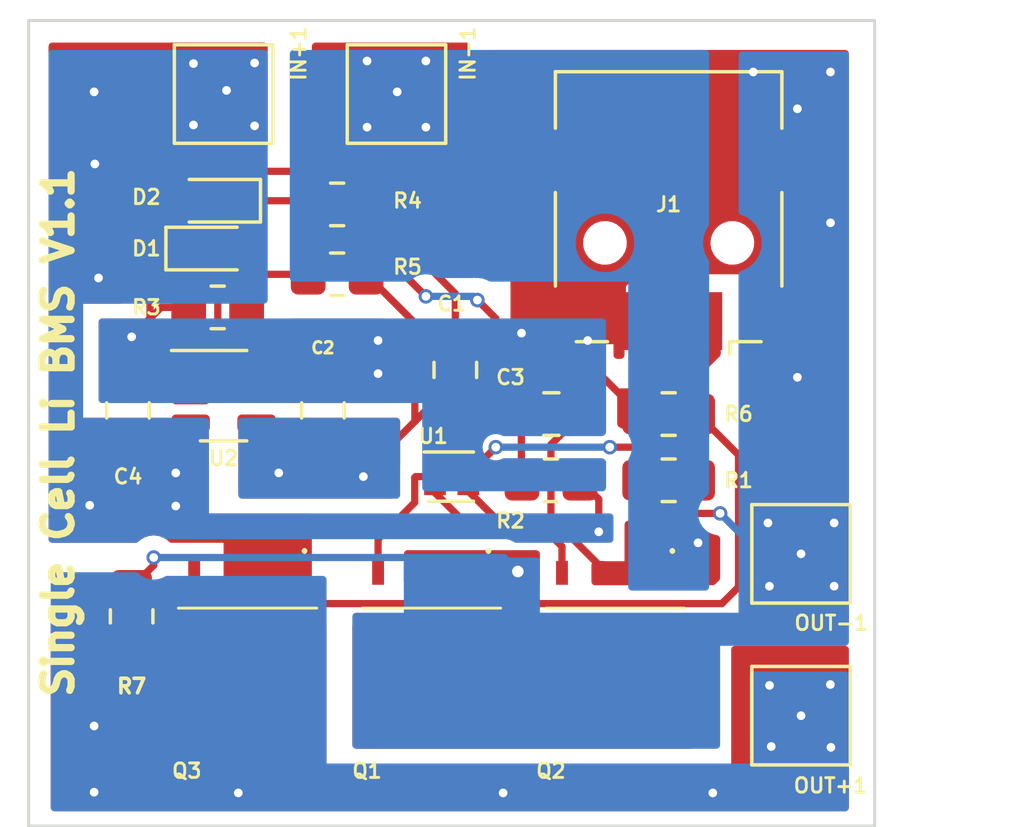
<source format=kicad_pcb>
(kicad_pcb (version 20211014) (generator pcbnew)
  (layers (0 "F.Cu" signal) (31 "B.Cu" signal) (34 "B.Paste" user) (35 "F.Paste" user) (36 "B.SilkS" user "B.Silkscreen") (37 "F.SilkS" user "F.Silkscreen") (38 "B.Mask" user) (39 "F.Mask" user) (44 "Edge.Cuts" user))
  (net 0 "")
  (net 2 "V_BAT_NEG")
  (net 3 "V_BAT_POS")
  (net 4 "Net-(R1-Pad2)")
  (net 5 "Net-(D1-Pad1)")
  (net 6 "+5V")
  (net 7 "Net-(R3-Pad1)")
  (net 8 "Net-(C3-Pad1)")
  (net 11 "VP_BATT_NEG")
  (net 12 "Net-(D2-Pad1)")
  (net 13 "Net-(D1-Pad2)")
  (net 14 "VP_BATT_POS")
  (net 15 "nmos drain")
  (net 16 "Net-(Q1-Pad4)")
  (net 17 "Net-(Q2-Pad4)")
  (net 18 "Net-(Q3-Pad4)")
  (footprint "TestPoint:TestPoint_Pad_3.0x3.0mm" (layer "F.Cu") (at 135.509 65.786)
    (fp_text reference "OUT+1" (at 1.016 2.413 180) (layer "F.SilkS") (effects (font (size 0.5 0.5) (thickness 0.1))))
    (fp_text value "Conn_01x01_Female")
    (fp_line (start 1.7 -1.7) (end 1.7 1.7) (layer "F.SilkS") (width 0.12))
    (fp_line (start -1.7 1.7) (end -1.7 -1.7) (layer "F.SilkS") (width 0.12))
    (fp_line (start 1.7 1.7) (end -1.7 1.7) (layer "F.SilkS") (width 0.12))
    (fp_line (start -1.7 -1.7) (end 1.7 -1.7) (layer "F.SilkS") (width 0.12))
    (pad "1" smd rect (at 0 0) (size 3 3) (layers "F.Cu" "F.Mask") (net 14 "VP_BATT_POS"))
  )
  (footprint "Resistor_SMD:R_0805_2012Metric_Pad1.20x1.40mm_HandSolder" (layer "F.Cu") (at 126.873 57.658)
    (fp_text reference "R2" (at -1.397 1.397 180) (layer "F.SilkS") (effects (font (size 0.5 0.5) (thickness 0.1))))
    (fp_text value "330")
    (fp_line (start -0.227064 -0.735) (end 0.227064 -0.735) (layer "F.SilkS") (width 0.12))
    (fp_line (start -0.227064 0.735) (end 0.227064 0.735) (layer "F.SilkS") (width 0.12))
    (pad "1" smd roundrect (at -1 0) (size 1.2 1.4) (layers "F.Cu" "F.Paste" "F.Mask") (roundrect_rratio 0.2083333333) (net 8 "Net-(C3-Pad1)"))
    (pad "2" smd roundrect (at 1 0) (size 1.2 1.4) (layers "F.Cu" "F.Paste" "F.Mask") (roundrect_rratio 0.2083333333) (net 3 "V_BAT_POS"))
  )
  (footprint "Capacitor_SMD:C_0805_2012Metric_Pad1.18x1.45mm_HandSolder" (layer "F.Cu") (at 112.268 55.245 90)
    (fp_text reference "C4" (at -2.286 0 180) (layer "F.SilkS") (effects (font (size 0.5 0.5) (thickness 0.1))))
    (fp_text value "4.7uF")
    (fp_line (start -0.261252 -0.735) (end 0.261252 -0.735) (layer "F.SilkS") (width 0.12))
    (fp_line (start -0.261252 0.735) (end 0.261252 0.735) (layer "F.SilkS") (width 0.12))
    (pad "1" smd roundrect (at -1.0375 0 90) (size 1.175 1.45) (layers "F.Cu" "F.Paste" "F.Mask") (roundrect_rratio 0.2127659574) (net 3 "V_BAT_POS"))
    (pad "2" smd roundrect (at 1.0375 0 90) (size 1.175 1.45) (layers "F.Cu" "F.Paste" "F.Mask") (roundrect_rratio 0.2127659574) (net 11 "VP_BATT_NEG"))
  )
  (footprint "Capacitor_SMD:C_0805_2012Metric_Pad1.18x1.45mm_HandSolder" (layer "F.Cu") (at 118.999 55.245 90)
    (fp_text reference "C2" (at 2.159 0 180) (layer "F.SilkS") (effects (font (size 0.4 0.4) (thickness 0.1))))
    (fp_text value "0.1uF")
    (fp_line (start -0.261252 0.735) (end 0.261252 0.735) (layer "F.SilkS") (width 0.12))
    (fp_line (start -0.261252 -0.735) (end 0.261252 -0.735) (layer "F.SilkS") (width 0.12))
    (pad "1" smd roundrect (at -1.0375 0 90) (size 1.175 1.45) (layers "F.Cu" "F.Paste" "F.Mask") (roundrect_rratio 0.2127659574) (net 6 "+5V"))
    (pad "2" smd roundrect (at 1.0375 0 90) (size 1.175 1.45) (layers "F.Cu" "F.Paste" "F.Mask") (roundrect_rratio 0.2127659574) (net 11 "VP_BATT_NEG"))
  )
  (footprint "Resistor_SMD:R_0805_2012Metric_Pad1.20x1.40mm_HandSolder" (layer "F.Cu") (at 119.491 48.133)
    (fp_text reference "R4" (at 2.429 -0.127) (layer "F.SilkS") (effects (font (size 0.5 0.5) (thickness 0.1))))
    (fp_text value "R_Small")
    (fp_line (start -0.227064 -0.735) (end 0.227064 -0.735) (layer "F.SilkS") (width 0.12))
    (fp_line (start -0.227064 0.735) (end 0.227064 0.735) (layer "F.SilkS") (width 0.12))
    (pad "1" smd roundrect (at -1 0) (size 1.2 1.4) (layers "F.Cu" "F.Paste" "F.Mask") (roundrect_rratio 0.2083333333) (net 12 "Net-(D2-Pad1)"))
    (pad "2" smd roundrect (at 1 0) (size 1.2 1.4) (layers "F.Cu" "F.Paste" "F.Mask") (roundrect_rratio 0.2083333333) (net 11 "VP_BATT_NEG"))
  )
  (footprint "TestPoint:TestPoint_Pad_3.0x3.0mm" (layer "F.Cu") (at 115.57 44.323)
    (fp_text reference "IN+1" (at 2.5908 -1.397 270) (layer "F.SilkS") (effects (font (size 0.5 0.5) (thickness 0.1))))
    (fp_text value "Conn_01x01_Female")
    (fp_line (start 1.7 -1.7) (end 1.7 1.7) (layer "F.SilkS") (width 0.12))
    (fp_line (start 1.7 1.7) (end -1.7 1.7) (layer "F.SilkS") (width 0.12))
    (fp_line (start -1.7 -1.7) (end 1.7 -1.7) (layer "F.SilkS") (width 0.12))
    (fp_line (start -1.7 1.7) (end -1.7 -1.7) (layer "F.SilkS") (width 0.12))
    (pad "1" smd rect (at 0 0) (size 3 3) (layers "F.Cu" "F.Mask") (net 3 "V_BAT_POS"))
  )
  (footprint "Resistor_SMD:R_0805_2012Metric_Pad1.20x1.40mm_HandSolder" (layer "F.Cu") (at 130.937 55.372)
    (fp_text reference "R6" (at 2.413 0) (layer "F.SilkS") (effects (font (size 0.5 0.5) (thickness 0.1))))
    (fp_text value "100")
    (fp_line (start -0.227064 -0.735) (end 0.227064 -0.735) (layer "F.SilkS") (width 0.12))
    (fp_line (start -0.227064 0.735) (end 0.227064 0.735) (layer "F.SilkS") (width 0.12))
    (pad "1" smd roundrect (at -1 0) (size 1.2 1.4) (layers "F.Cu" "F.Paste" "F.Mask") (roundrect_rratio 0.2083333333) (net 6 "+5V"))
    (pad "2" smd roundrect (at 1 0) (size 1.2 1.4) (layers "F.Cu" "F.Paste" "F.Mask") (roundrect_rratio 0.2083333333) (net 18 "Net-(Q3-Pad4)"))
  )
  (footprint "Package_SON:WSON-6_1.5x1.5mm_P0.5mm" (layer "F.Cu") (at 123.444 57.531)
    (fp_text reference "U1" (at -0.635 -1.397) (layer "F.SilkS") (effects (font (size 0.5 0.5) (thickness 0.1))))
    (fp_text value "BQ297xy")
    (fp_line (start -0.795 0.85) (end 0.755 0.85) (layer "F.SilkS") (width 0.12))
    (fp_line (start -0.945 -0.85) (end 0.755 -0.85) (layer "F.SilkS") (width 0.12))
    (pad "1" smd rect (at -0.525 -0.5 270) (size 0.28 0.85) (layers "F.Cu" "F.Paste" "F.Mask"))
    (pad "2" smd rect (at -0.575 0 270) (size 0.28 0.75) (layers "F.Cu" "F.Paste" "F.Mask") (net 16 "Net-(Q1-Pad4)"))
    (pad "3" smd rect (at -0.575 0.5 270) (size 0.28 0.75) (layers "F.Cu" "F.Paste" "F.Mask") (net 17 "Net-(Q2-Pad4)"))
    (pad "4" smd rect (at 0.575 0.5 270) (size 0.28 0.75) (layers "F.Cu" "F.Paste" "F.Mask") (net 2 "V_BAT_NEG"))
    (pad "5" smd rect (at 0.575 0 270) (size 0.28 0.75) (layers "F.Cu" "F.Paste" "F.Mask") (net 8 "Net-(C3-Pad1)"))
    (pad "6" smd rect (at 0.575 -0.5 270) (size 0.28 0.75) (layers "F.Cu" "F.Paste" "F.Mask") (net 4 "Net-(R1-Pad2)"))
  )
  (footprint "Resistor_SMD:R_0805_2012Metric_Pad1.20x1.40mm_HandSolder" (layer "F.Cu") (at 119.491 50.546)
    (fp_text reference "R5" (at 2.429 -0.254 180) (layer "F.SilkS") (effects (font (size 0.5 0.5) (thickness 0.1))))
    (fp_text value "R_Small")
    (fp_line (start -0.227064 -0.735) (end 0.227064 -0.735) (layer "F.SilkS") (width 0.12))
    (fp_line (start -0.227064 0.735) (end 0.227064 0.735) (layer "F.SilkS") (width 0.12))
    (pad "1" smd roundrect (at -1 0) (size 1.2 1.4) (layers "F.Cu" "F.Paste" "F.Mask") (roundrect_rratio 0.2083333333) (net 13 "Net-(D1-Pad2)"))
    (pad "2" smd roundrect (at 1 0) (size 1.2 1.4) (layers "F.Cu" "F.Paste" "F.Mask") (roundrect_rratio 0.2083333333) (net 6 "+5V"))
  )
  (footprint "TestPoint:TestPoint_Pad_3.0x3.0mm" (layer "F.Cu") (at 135.509 60.198)
    (fp_text reference "OUT-1" (at 1.0414 2.3876) (layer "F.SilkS") (effects (font (size 0.5 0.5) (thickness 0.1))))
    (fp_text value "Conn_01x01_Female")
    (fp_line (start -1.7 -1.7) (end 1.7 -1.7) (layer "F.SilkS") (width 0.12))
    (fp_line (start 1.7 -1.7) (end 1.7 1.7) (layer "F.SilkS") (width 0.12))
    (fp_line (start -1.7 1.7) (end -1.7 -1.7) (layer "F.SilkS") (width 0.12))
    (fp_line (start 1.7 1.7) (end -1.7 1.7) (layer "F.SilkS") (width 0.12))
    (pad "1" smd rect (at 0 0) (size 3 3) (layers "F.Cu" "F.Mask") (net 11 "VP_BATT_NEG"))
  )
  (footprint "TestPoint:TestPoint_Pad_3.0x3.0mm" (layer "F.Cu") (at 121.539 44.323)
    (fp_text reference "IN-1" (at 2.4638 -1.397 90) (layer "F.SilkS") (effects (font (size 0.5 0.5) (thickness 0.1))))
    (fp_text value "Conn_01x01_Female")
    (fp_line (start -1.7 1.7) (end -1.7 -1.7) (layer "F.SilkS") (width 0.12))
    (fp_line (start 1.7 -1.7) (end 1.7 1.7) (layer "F.SilkS") (width 0.12))
    (fp_line (start -1.7 -1.7) (end 1.7 -1.7) (layer "F.SilkS") (width 0.12))
    (fp_line (start 1.7 1.7) (end -1.7 1.7) (layer "F.SilkS") (width 0.12))
    (pad "1" smd rect (at 0 0) (size 3 3) (layers "F.Cu" "F.Mask") (net 2 "V_BAT_NEG"))
  )
  (footprint "Resistor_SMD:R_0805_2012Metric_Pad1.20x1.40mm_HandSolder" (layer "F.Cu") (at 112.395 62.357 -90)
    (fp_text reference "R7" (at 2.413 0 180) (layer "F.SilkS") (effects (font (size 0.5 0.5) (thickness 0.125))))
    (fp_text value "10000")
    (fp_line (start -0.227064 0.735) (end 0.227064 0.735) (layer "F.SilkS") (width 0.12))
    (fp_line (start -0.227064 -0.735) (end 0.227064 -0.735) (layer "F.SilkS") (width 0.12))
    (pad "1" smd roundrect (at -1 0 270) (size 1.2 1.4) (layers "F.Cu" "F.Paste" "F.Mask") (roundrect_rratio 0.2083333333) (net 11 "VP_BATT_NEG"))
    (pad "2" smd roundrect (at 1 0 270) (size 1.2 1.4) (layers "F.Cu" "F.Paste" "F.Mask") (roundrect_rratio 0.2083333333) (net 18 "Net-(Q3-Pad4)"))
  )
  (footprint "Connector_USB:USB_Mini-B_Lumberg_2486_01_Horizontal" (layer "F.Cu") (at 130.937 49.462 180)
    (fp_text reference "J1" (at 0 1.329) (layer "F.SilkS") (effects (font (size 0.5 0.5) (thickness 0.1))))
    (fp_text value "USB_B_Mini")
    (fp_line (start -3.19 -3.41) (end -2.11 -3.41) (layer "F.SilkS") (width 0.12))
    (fp_line (start -3.91 5.91) (end -3.91 3.96) (layer "F.SilkS") (width 0.12))
    (fp_line (start 3.91 1.74) (end 3.91 -1.49) (layer "F.SilkS") (width 0.12))
    (fp_line (start -2.11 -3.41) (end -2.11 -3.84) (layer "F.SilkS") (width 0.12))
    (fp_line (start -3.91 1.74) (end -3.91 -1.49) (layer "F.SilkS") (width 0.12))
    (fp_line (start 3.91 5.91) (end -3.91 5.91) (layer "F.SilkS") (width 0.12))
    (fp_line (start 2.11 -3.41) (end 3.19 -3.41) (layer "F.SilkS") (width 0.12))
    (fp_line (start 3.91 5.91) (end 3.91 3.96) (layer "F.SilkS") (width 0.12))
    (pad "" np_thru_hole circle (at -2.2 0 180) (size 1 1) (drill 1) (layers *.Cu *.Mask))
    (pad "" np_thru_hole circle (at 2.2 0 180) (size 1 1) (drill 1) (layers *.Cu *.Mask))
    (pad "1" smd rect (at -1.6 -2.7 180) (size 0.5 2) (layers "F.Cu" "F.Paste" "F.Mask") (net 6 "+5V"))
    (pad "2" smd rect (at -0.8 -2.7 180) (size 0.5 2) (layers "F.Cu" "F.Paste" "F.Mask"))
    (pad "3" smd rect (at 0 -2.7 180) (size 0.5 2) (layers "F.Cu" "F.Paste" "F.Mask"))
    (pad "4" smd rect (at 0.8 -2.7 180) (size 0.5 2) (layers "F.Cu" "F.Paste" "F.Mask"))
    (pad "5" smd rect (at 1.6 -2.7 180) (size 0.5 2) (layers "F.Cu" "F.Paste" "F.Mask") (net 11 "VP_BATT_NEG"))
    (pad "6" smd rect (at 4.45 2.85 180) (size 2 1.7) (layers "F.Cu" "F.Paste" "F.Mask") (net 11 "VP_BATT_NEG"))
    (pad "6" smd rect (at 4.45 -2.6 180) (size 2 1.7) (layers "F.Cu" "F.Paste" "F.Mask") (net 11 "VP_BATT_NEG"))
    (pad "6" smd rect (at -4.45 2.85 180) (size 2 1.7) (layers "F.Cu" "F.Paste" "F.Mask") (net 11 "VP_BATT_NEG"))
    (pad "6" smd rect (at -4.45 -2.6 180) (size 2 1.7) (layers "F.Cu" "F.Paste" "F.Mask") (net 11 "VP_BATT_NEG"))
  )
  (footprint "Capacitor_SMD:C_0805_2012Metric_Pad1.18x1.45mm_HandSolder" (layer "F.Cu") (at 126.889 55.372)
    (fp_text reference "C3" (at -1.413 -1.27) (layer "F.SilkS") (effects (font (size 0.5 0.5) (thickness 0.1))))
    (fp_text value "0.1uF")
    (fp_line (start -0.261252 0.735) (end 0.261252 0.735) (layer "F.SilkS") (width 0.12))
    (fp_line (start -0.261252 -0.735) (end 0.261252 -0.735) (layer "F.SilkS") (width 0.12))
    (pad "1" smd roundrect (at -1.0375 0) (size 1.175 1.45) (layers "F.Cu" "F.Paste" "F.Mask") (roundrect_rratio 0.2127659574) (net 8 "Net-(C3-Pad1)"))
    (pad "2" smd roundrect (at 1.0375 0) (size 1.175 1.45) (layers "F.Cu" "F.Paste" "F.Mask") (roundrect_rratio 0.2127659574) (net 2 "V_BAT_NEG"))
  )
  (footprint "Resistor_SMD:R_0805_2012Metric_Pad1.20x1.40mm_HandSolder" (layer "F.Cu") (at 115.3655 51.689 180)
    (fp_text reference "R3" (at 2.4625 0 180) (layer "F.SilkS") (effects (font (size 0.5 0.5) (thickness 0.1))))
    (fp_text value "2k")
    (fp_line (start -0.227064 0.735) (end 0.227064 0.735) (layer "F.SilkS") (width 0.12))
    (fp_line (start -0.227064 -0.735) (end 0.227064 -0.735) (layer "F.SilkS") (width 0.12))
    (pad "1" smd roundrect (at -1 0 180) (size 1.2 1.4) (layers "F.Cu" "F.Paste" "F.Mask") (roundrect_rratio 0.2083333333) (net 7 "Net-(R3-Pad1)"))
    (pad "2" smd roundrect (at 1 0 180) (size 1.2 1.4) (layers "F.Cu" "F.Paste" "F.Mask") (roundrect_rratio 0.2083333333) (net 11 "VP_BATT_NEG"))
  )
  (footprint "custom:SQJ418EPT1_GE3" (layer "F.Cu") (at 116.459 63.649 180)
    (fp_text reference "Q3" (at 2.159 -4.042) (layer "F.SilkS") (effects (font (size 0.5 0.5) (thickness 0.1))))
    (fp_text value "PMOS" hide)
    (fp_line (start -1.905 3.5) (end -1.905 3.5) (layer "F.SilkS") (width 0.1))
    (fp_line (start -2.328 1.577) (end 2.45 1.577) (layer "F.SilkS") (width 0.1))
    (fp_line (start -1.905 3.6) (end -1.905 3.6) (layer "F.SilkS") (width 0.1))
    (fp_arc (start -1.905 3.6) (mid -1.955 3.55) (end -1.905 3.5) (layer "F.SilkS") (width 0.1))
    (fp_arc (start -1.905 3.5) (mid -1.855 3.55) (end -1.905 3.6) (layer "F.SilkS") (width 0.1))
    (pad "1" smd rect (at -1.905 2.793 180) (size 0.41 0.82) (layers "F.Cu" "F.Paste" "F.Mask") (net 3 "V_BAT_POS"))
    (pad "2" smd rect (at -0.635 2.793 180) (size 0.41 0.82) (layers "F.Cu" "F.Paste" "F.Mask") (net 3 "V_BAT_POS"))
    (pad "3" smd rect (at 0.635 2.793 180) (size 0.41 0.82) (layers "F.Cu" "F.Paste" "F.Mask") (net 3 "V_BAT_POS"))
    (pad "4" smd rect (at 1.905 2.793 180) (size 0.41 0.82) (layers "F.Cu" "F.Paste" "F.Mask") (net 18 "Net-(Q3-Pad4)"))
    (pad "5" smd rect (at 0 -0.723 270) (size 3.63 4.061) (layers "F.Cu" "F.Paste" "F.Mask") (net 14 "VP_BATT_POS"))
    (pad "6" smd rect (at 0 -2.793 270) (size 0.51 5) (layers "F.Cu" "F.Paste" "F.Mask") (net 14 "VP_BATT_POS"))
    (pad "7" smd rect (at -2.328 0.077 180) (size 0.595 0.61) (layers "F.Cu" "F.Paste" "F.Mask") (net 14 "VP_BATT_POS"))
    (pad "8" smd rect (at 2.328 0.077 180) (size 0.595 0.61) (layers "F.Cu" "F.Paste" "F.Mask") (net 14 "VP_BATT_POS"))
  )
  (footprint "custom:SQJ418EPT1_GE3" (layer "F.Cu") (at 129.159 63.649 180)
    (fp_text reference "Q2" (at 2.286 -4.042) (layer "F.SilkS") (effects (font (size 0.5 0.5) (thickness 0.1))))
    (fp_text value "NMOS" hide)
    (fp_line (start -2.328 1.577) (end 2.45 1.577) (layer "F.SilkS") (width 0.1))
    (fp_line (start -1.905 3.6) (end -1.905 3.6) (layer "F.SilkS") (width 0.1))
    (fp_line (start -1.905 3.5) (end -1.905 3.5) (layer "F.SilkS") (width 0.1))
    (fp_arc (start -1.905 3.6) (mid -1.955 3.55) (end -1.905 3.5) (layer "F.SilkS") (width 0.1))
    (fp_arc (start -1.905 3.5) (mid -1.855 3.55) (end -1.905 3.6) (layer "F.SilkS") (width 0.1))
    (pad "1" smd rect (at -1.905 2.793 180) (size 0.41 0.82) (layers "F.Cu" "F.Paste" "F.Mask") (net 2 "V_BAT_NEG"))
    (pad "2" smd rect (at -0.635 2.793 180) (size 0.41 0.82) (layers "F.Cu" "F.Paste" "F.Mask") (net 2 "V_BAT_NEG"))
    (pad "3" smd rect (at 0.635 2.793 180) (size 0.41 0.82) (layers "F.Cu" "F.Paste" "F.Mask") (net 2 "V_BAT_NEG"))
    (pad "4" smd rect (at 1.905 2.793 180) (size 0.41 0.82) (layers "F.Cu" "F.Paste" "F.Mask") (net 17 "Net-(Q2-Pad4)"))
    (pad "5" smd rect (at 0 -0.723 270) (size 3.63 4.061) (layers "F.Cu" "F.Paste" "F.Mask") (net 15 "nmos drain"))
    (pad "6" smd rect (at 0 -2.793 270) (size 0.51 5) (layers "F.Cu" "F.Paste" "F.Mask") (net 15 "nmos drain"))
    (pad "7" smd rect (at -2.328 0.077 180) (size 0.595 0.61) (layers "F.Cu" "F.Paste" "F.Mask") (net 15 "nmos drain"))
    (pad "8" smd rect (at 2.328 0.077 180) (size 0.595 0.61) (layers "F.Cu" "F.Paste" "F.Mask") (net 15 "nmos drain"))
  )
  (footprint "custom:SQJ418EPT1_GE3" (layer "F.Cu") (at 122.809 63.649 180)
    (fp_text reference "Q1" (at 2.286 -4.042) (layer "F.SilkS") (effects (font (size 0.5 0.5) (thickness 0.1))))
    (fp_text value "NMOS" hide)
    (fp_line (start -1.905 3.6) (end -1.905 3.6) (layer "F.SilkS") (width 0.1))
    (fp_line (start -2.328 1.577) (end 2.45 1.577) (layer "F.SilkS") (width 0.1))
    (fp_line (start -1.905 3.5) (end -1.905 3.5) (layer "F.SilkS") (width 0.1))
    (fp_arc (start -1.905 3.5) (mid -1.855 3.55) (end -1.905 3.6) (layer "F.SilkS") (width 0.1))
    (fp_arc (start -1.905 3.6) (mid -1.955 3.55) (end -1.905 3.5) (layer "F.SilkS") (width 0.1))
    (pad "1" smd rect (at -1.905 2.793 180) (size 0.41 0.82) (layers "F.Cu" "F.Paste" "F.Mask") (net 11 "VP_BATT_NEG"))
    (pad "2" smd rect (at -0.635 2.793 180) (size 0.41 0.82) (layers "F.Cu" "F.Paste" "F.Mask") (net 11 "VP_BATT_NEG"))
    (pad "3" smd rect (at 0.635 2.793 180) (size 0.41 0.82) (layers "F.Cu" "F.Paste" "F.Mask") (net 11 "VP_BATT_NEG"))
    (pad "4" smd rect (at 1.905 2.793 180) (size 0.41 0.82) (layers "F.Cu" "F.Paste" "F.Mask") (net 16 "Net-(Q1-Pad4)"))
    (pad "5" smd rect (at 0 -0.723 270) (size 3.63 4.061) (layers "F.Cu" "F.Paste" "F.Mask") (net 15 "nmos drain"))
    (pad "6" smd rect (at 0 -2.793 270) (size 0.51 5) (layers "F.Cu" "F.Paste" "F.Mask") (net 15 "nmos drain"))
    (pad "7" smd rect (at -2.328 0.077 180) (size 0.595 0.61) (layers "F.Cu" "F.Paste" "F.Mask") (net 15 "nmos drain"))
    (pad "8" smd rect (at 2.328 0.077 180) (size 0.595 0.61) (layers "F.Cu" "F.Paste" "F.Mask") (net 15 "nmos drain"))
  )
  (footprint "Resistor_SMD:R_0805_2012Metric_Pad1.20x1.40mm_HandSolder" (layer "F.Cu") (at 130.937 57.658)
    (fp_text reference "R1" (at 2.413 0) (layer "F.SilkS") (effects (font (size 0.5 0.5) (thickness 0.1))))
    (fp_text value "2k2")
    (fp_line (start -0.227064 -0.735) (end 0.227064 -0.735) (layer "F.SilkS") (width 0.12))
    (fp_line (start -0.227064 0.735) (end 0.227064 0.735) (layer "F.SilkS") (width 0.12))
    (pad "1" smd roundrect (at -1 0) (size 1.2 1.4) (layers "F.Cu" "F.Paste" "F.Mask") (roundrect_rratio 0.2083333333) (net 11 "VP_BATT_NEG"))
    (pad "2" smd roundrect (at 1 0) (size 1.2 1.4) (layers "F.Cu" "F.Paste" "F.Mask") (roundrect_rratio 0.2083333333) (net 4 "Net-(R1-Pad2)"))
  )
  (footprint "LED_SMD:LED_0603_1608Metric_Pad1.05x0.95mm_HandSolder" (layer "F.Cu") (at 115.1835 48.006 180)
    (fp_text reference "D2" (at 2.2805 0.127) (layer "F.SilkS") (effects (font (size 0.5 0.5) (thickness 0.1))))
    (fp_text value "LED")
    (fp_line (start -1.66 -0.735) (end -1.66 0.735) (layer "F.SilkS") (width 0.12))
    (fp_line (start -1.66 0.735) (end 0.8 0.735) (layer "F.SilkS") (width 0.12))
    (fp_line (start 0.8 -0.735) (end -1.66 -0.735) (layer "F.SilkS") (width 0.12))
    (pad "1" smd roundrect (at -0.875 0 180) (size 1.05 0.95) (layers "F.Cu" "F.Paste" "F.Mask") (net 12 "Net-(D2-Pad1)"))
    (pad "2" smd roundrect (at 0.875 0 180) (size 1.05 0.95) (layers "F.Cu" "F.Paste" "F.Mask") (net 5 "Net-(D1-Pad1)"))
  )
  (footprint "LED_SMD:LED_0603_1608Metric_Pad1.05x0.95mm_HandSolder" (layer "F.Cu") (at 115.2385 49.657)
    (fp_text reference "D1" (at -2.3355 0) (layer "F.SilkS") (effects (font (size 0.5 0.5) (thickness 0.1))))
    (fp_text value "LED")
    (fp_line (start 0.8 -0.735) (end -1.66 -0.735) (layer "F.SilkS") (width 0.12))
    (fp_line (start -1.66 0.735) (end 0.8 0.735) (layer "F.SilkS") (width 0.12))
    (fp_line (start -1.66 -0.735) (end -1.66 0.735) (layer "F.SilkS") (width 0.12))
    (pad "1" smd roundrect (at -0.875 0) (size 1.05 0.95) (layers "F.Cu" "F.Paste" "F.Mask") (net 5 "Net-(D1-Pad1)"))
    (pad "2" smd roundrect (at 0.875 0) (size 1.05 0.95) (layers "F.Cu" "F.Paste" "F.Mask") (net 13 "Net-(D1-Pad2)"))
  )
  (footprint "Capacitor_SMD:C_0805_2012Metric_Pad1.18x1.45mm_HandSolder" (layer "F.Cu") (at 123.571 53.848 90)
    (fp_text reference "C1" (at 2.286 -0.127 180) (layer "F.SilkS") (effects (font (size 0.5 0.5) (thickness 0.1))))
    (fp_text value "4.7uF")
    (fp_line (start -0.261252 0.735) (end 0.261252 0.735) (layer "F.SilkS") (width 0.12))
    (fp_line (start -0.261252 -0.735) (end 0.261252 -0.735) (layer "F.SilkS") (width 0.12))
    (pad "1" smd roundrect (at -1.0375 0 90) (size 1.175 1.45) (layers "F.Cu" "F.Paste" "F.Mask") (roundrect_rratio 0.2127659574) (net 6 "+5V"))
    (pad "2" smd roundrect (at 1.0375 0 90) (size 1.175 1.45) (layers "F.Cu" "F.Paste" "F.Mask") (roundrect_rratio 0.2127659574) (net 11 "VP_BATT_NEG"))
  )
  (footprint "Package_TO_SOT_SMD:SOT-23-5" (layer "F.Cu") (at 115.57 54.737)
    (fp_text reference "U2" (at 0 2.159) (layer "F.SilkS") (effects (font (size 0.5 0.5) (thickness 0.1))))
    (fp_text value "MCP73831-2-OT")
    (fp_line (start 0 1.56) (end -0.8 1.56) (layer "F.SilkS") (width 0.12))
    (fp_line (start 0 -1.56) (end 0.8 -1.56) (layer "F.SilkS") (width 0.12))
    (fp_line (start 0 -1.56) (end -1.8 -1.56) (layer "F.SilkS") (width 0.12))
    (fp_line (start 0 1.56) (end 0.8 1.56) (layer "F.SilkS") (width 0.12))
    (pad "1" smd roundrect (at -1.1375 -0.95) (size 1.325 0.6) (layers "F.Cu" "F.Paste" "F.Mask") (net 5 "Net-(D1-Pad1)"))
    (pad "2" smd roundrect (at -1.1375 0) (size 1.325 0.6) (layers "F.Cu" "F.Paste" "F.Mask") (net 11 "VP_BATT_NEG"))
    (pad "3" smd roundrect (at -1.1375 0.95) (size 1.325 0.6) (layers "F.Cu" "F.Paste" "F.Mask") (net 3 "V_BAT_POS"))
    (pad "4" smd roundrect (at 1.1375 0.95) (size 1.325 0.6) (layers "F.Cu" "F.Paste" "F.Mask") (net 6 "+5V"))
    (pad "5" smd roundrect (at 1.1375 -0.95) (size 1.325 0.6) (layers "F.Cu" "F.Paste" "F.Mask") (net 7 "Net-(R3-Pad1)"))
  )
  (gr_line (start 138.049 41.783) (end 138.049 69.596) (layer "Edge.Cuts") (width 0.1))
  (gr_line (start 138.049 69.596) (end 108.839 69.596) (layer "Edge.Cuts") (width 0.1))
  (gr_line (start 108.839 41.783) (end 138.049 41.783) (layer "Edge.Cuts") (width 0.1))
  (gr_line (start 108.839 41.783) (end 108.839 69.596) (layer "Edge.Cuts") (width 0.1))
  (gr_text "Single Cell Li BMS V1.1" (at 109.855 56.007 90) (layer "F.SilkS") (effects (font (size 1 1) (thickness 0.25))))
  (segment (start 127.9265 55.372) (end 127.9265 55.6045) (width 0.25) (layer "F.Cu") (net 2))
  (segment (start 127.9265 55.372) (end 126.873 56.4255) (width 0.25) (layer "F.Cu") (net 2))
  (segment (start 128.524 60.579) (end 128.524 60.856) (width 0.25) (layer "F.Cu") (net 2))
  (segment (start 124.019 58.031) (end 124.916 58.928) (width 0.25) (layer "F.Cu") (net 2))
  (segment (start 127.9265 55.372) (end 127.9265 55.6205) (width 0.25) (layer "F.Cu") (net 2))
  (segment (start 124.916 58.928) (end 126.873 58.928) (width 0.25) (layer "F.Cu") (net 2))
  (segment (start 126.873 56.4255) (end 126.873 58.928) (width 0.25) (layer "F.Cu") (net 2))
  (segment (start 126.873 58.928) (end 128.524 60.579) (width 0.25) (layer "F.Cu") (net 2))
  (via (at 122.555 43.18) (size 0.5) (drill 0.3) (layers "F.Cu" "B.Cu") (net 2))
  (via (at 120.523 45.466) (size 0.5) (drill 0.3) (layers "F.Cu" "B.Cu") (net 2))
  (via (at 131.953 59.817) (size 0.5) (drill 0.3) (layers "F.Cu" "B.Cu") (net 2))
  (via (at 121.5644 44.2468) (size 0.5) (drill 0.3) (layers "F.Cu" "B.Cu") (net 2))
  (via (at 122.555 45.466) (size 0.5) (drill 0.3) (layers "F.Cu" "B.Cu") (net 2))
  (via (at 120.523 43.18) (size 0.5) (drill 0.3) (layers "F.Cu" "B.Cu") (net 2))
  (segment (start 128.524 58.309) (end 127.873 57.658) (width 0.25) (layer "F.Cu") (net 3))
  (segment (start 128.524 59.436) (end 128.524 58.309) (width 0.25) (layer "F.Cu") (net 3))
  (via (at 113.919 58.547) (size 0.5) (drill 0.3) (layers "F.Cu" "B.Cu") (net 3))
  (via (at 111.125 46.736) (size 0.5) (drill 0.3) (layers "F.Cu" "B.Cu") (net 3))
  (via (at 113.919 57.404) (size 0.5) (drill 0.3) (layers "F.Cu" "B.Cu") (net 3))
  (via (at 116.64 43.25) (size 0.5) (drill 0.3) (layers "F.Cu" "B.Cu") (net 3))
  (via (at 128.524 59.436) (size 0.5) (drill 0.3) (layers "F.Cu" "B.Cu") (net 3))
  (via (at 111.252 50.673) (size 0.5) (drill 0.3) (layers "F.Cu" "B.Cu") (net 3))
  (via (at 111.0996 44.2468) (size 0.5) (drill 0.3) (layers "F.Cu" "B.Cu") (net 3))
  (via (at 114.53 43.27) (size 0.5) (drill 0.3) (layers "F.Cu" "B.Cu") (net 3))
  (via (at 116.64 45.42) (size 0.5) (drill 0.3) (layers "F.Cu" "B.Cu") (net 3))
  (via (at 114.53 45.39) (size 0.5) (drill 0.3) (layers "F.Cu" "B.Cu") (net 3))
  (via (at 110.9472 58.5216) (size 0.5) (drill 0.3) (layers "F.Cu" "B.Cu") (net 3))
  (via (at 115.6716 44.196) (size 0.5) (drill 0.3) (layers "F.Cu" "B.Cu") (net 3))
  (segment (start 132.132 57.531) (end 131.937 57.531) (width 0.25) (layer "F.Cu") (net 4))
  (segment (start 128.905 56.515) (end 130.794 56.515) (width 0.25) (layer "F.Cu") (net 4))
  (segment (start 124.019 57.031) (end 124.452 57.031) (width 0.25) (layer "F.Cu") (net 4))
  (segment (start 124.452 57.031) (end 124.968 56.515) (width 0.25) (layer "F.Cu") (net 4))
  (segment (start 130.794 56.515) (end 131.937 57.658) (width 0.25) (layer "F.Cu") (net 4))
  (via (at 128.905 56.515) (size 0.5) (drill 0.3) (layers "F.Cu" "B.Cu") (net 4))
  (via (at 124.968 56.515) (size 0.5) (drill 0.3) (layers "F.Cu" "B.Cu") (net 4))
  (segment (start 124.968 56.515) (end 128.905 56.515) (width 0.25) (layer "B.Cu") (net 4))
  (segment (start 115.37 52.8495) (end 114.4325 53.787) (width 0.25) (layer "F.Cu") (net 5))
  (segment (start 114.383 53.7375) (end 114.4325 53.787) (width 0.25) (layer "F.Cu") (net 5))
  (segment (start 114.3635 49.657) (end 114.3635 49.9745) (width 0.25) (layer "F.Cu") (net 5))
  (segment (start 114.3635 49.9745) (end 115.37 50.981) (width 0.25) (layer "F.Cu") (net 5))
  (segment (start 115.37 50.981) (end 115.37 52.8495) (width 0.25) (layer "F.Cu") (net 5))
  (segment (start 114.3635 48.061) (end 114.3085 48.006) (width 0.25) (layer "F.Cu") (net 5))
  (segment (start 114.3635 49.657) (end 114.3635 48.061) (width 0.25) (layer "F.Cu") (net 5))
  (segment (start 132.059 53.74) (end 132.537 53.262) (width 0.4) (layer "F.Cu") (net 6))
  (segment (start 125.452 53.527) (end 128.092 53.527) (width 0.25) (layer "F.Cu") (net 6))
  (segment (start 122.9145 54.8855) (end 122.174 55.626) (width 0.25) (layer "F.Cu") (net 6))
  (segment (start 121.793 50.546) (end 122.555 51.308) (width 0.25) (layer "F.Cu") (net 6))
  (segment (start 123.571 54.8855) (end 122.9145 54.8855) (width 0.25) (layer "F.Cu") (net 6))
  (segment (start 132.537 53.262) (end 132.537 52.162) (width 0.4) (layer "F.Cu") (net 6))
  (segment (start 129.937 55.372) (end 130.158 55.372) (width 0.25) (layer "F.Cu") (net 6))
  (segment (start 122.174 52.229) (end 120.491 50.546) (width 0.25) (layer "F.Cu") (net 6))
  (segment (start 130.198 55.372) (end 129.937 55.372) (width 0.25) (layer "F.Cu") (net 6))
  (segment (start 124.968 53.043) (end 125.452 53.527) (width 0.25) (layer "F.Cu") (net 6))
  (segment (start 124.968 52.07) (end 124.968 53.043) (width 0.25) (layer "F.Cu") (net 6))
  (segment (start 122.174 55.626) (end 121.5175 56.2825) (width 0.25) (layer "F.Cu") (net 6))
  (segment (start 122.174 55.626) (end 122.174 52.229) (width 0.25) (layer "F.Cu") (net 6))
  (segment (start 124.333 51.435) (end 124.968 52.07) (width 0.25) (layer "F.Cu") (net 6))
  (segment (start 128.092 53.527) (end 129.937 55.372) (width 0.25) (layer "F.Cu") (net 6))
  (segment (start 131.79 53.74) (end 132.059 53.74) (width 0.4) (layer "F.Cu") (net 6))
  (segment (start 121.5175 56.2825) (end 118.999 56.2825) (width 0.25) (layer "F.Cu") (net 6))
  (segment (start 130.158 55.372) (end 131.79 53.74) (width 0.4) (layer "F.Cu") (net 6))
  (segment (start 120.491 50.546) (end 121.793 50.546) (width 0.25) (layer "F.Cu") (net 6))
  (via (at 124.333 51.435) (size 0.5) (drill 0.3) (layers "F.Cu" "B.Cu") (net 6))
  (via (at 120.396 57.531) (size 0.5) (drill 0.3) (layers "F.Cu" "B.Cu") (net 6))
  (via (at 117.475 57.404) (size 0.5) (drill 0.3) (layers "F.Cu" "B.Cu") (net 6))
  (via (at 122.555 51.308) (size 0.5) (drill 0.3) (layers "F.Cu" "B.Cu") (net 6))
  (segment (start 124.206 51.308) (end 124.333 51.435) (width 0.25) (layer "B.Cu") (net 6))
  (segment (start 122.555 51.308) (end 124.206 51.308) (width 0.25) (layer "B.Cu") (net 6))
  (segment (start 116.3655 51.689) (end 116.3655 53.445) (width 0.25) (layer "F.Cu") (net 7))
  (segment (start 116.3655 53.445) (end 116.7075 53.787) (width 0.25) (layer "F.Cu") (net 7))
  (segment (start 124.019 57.531) (end 125.746 57.531) (width 0.25) (layer "F.Cu") (net 8))
  (segment (start 125.8515 57.6365) (end 125.873 57.658) (width 0.25) (layer "F.Cu") (net 8))
  (segment (start 125.8515 55.372) (end 125.8515 57.6365) (width 0.25) (layer "F.Cu") (net 8))
  (segment (start 125.746 57.531) (end 125.873 57.658) (width 0.25) (layer "F.Cu") (net 8))
  (segment (start 135.387 46.612) (end 135.387 44.836) (width 0.25) (layer "F.Cu") (net 11))
  (segment (start 113.03 52.07) (end 112.395 52.705) (width 0.25) (layer "F.Cu") (net 11))
  (segment (start 113.157 60.595) (end 112.395 61.357) (width 0.25) (layer "F.Cu") (net 11))
  (segment (start 123.6765 52.705) (end 123.571 52.8105) (width 0.25) (layer "F.Cu") (net 11))
  (segment (start 135.387 44.836) (end 135.382 44.831) (width 0.25) (layer "F.Cu") (net 11))
  (segment (start 126.487 52.062) (end 129.237 52.062) (width 0.25) (layer "F.Cu") (net 11))
  (segment (start 113.411 46.99) (end 113.03 47.371) (width 0.25) (layer "F.Cu") (net 11))
  (segment (start 131.08 58.801) (end 132.715 58.801) (width 0.25) (layer "F.Cu") (net 11))
  (segment (start 113.157 60.325) (end 113.157 60.595) (width 0.25) (layer "F.Cu") (net 11))
  (segment (start 135.387 54.097) (end 135.382 54.102) (width 0.25) (layer "F.Cu") (net 11))
  (segment (start 112.395 61.357) (end 112.395 61.087) (width 0.25) (layer "F.Cu") (net 11))
  (segment (start 129.937 57.658) (end 131.08 58.801) (width 0.25) (layer "F.Cu") (net 11))
  (segment (start 123.571 52.8105) (end 123.571 53.0915) (width 0.25) (layer "F.Cu") (net 11))
  (segment (start 127.373 52.062) (end 128.143 52.832) (width 0.25) (layer "F.Cu") (net 11))
  (segment (start 120.491 48.133) (end 123.571 51.213) (width 0.25) (layer "F.Cu") (net 11))
  (segment (start 129.337 50.912) (end 133.637 46.612) (width 0.25) (layer "F.Cu") (net 11))
  (segment (start 113.411 51.689) (end 112.395 52.705) (width 0.25) (layer "F.Cu") (net 11))
  (segment (start 119.348 46.99) (end 113.411 46.99) (width 0.25) (layer "F.Cu") (net 11))
  (segment (start 123.571 51.213) (end 123.571 52.8105) (width 0.25) (layer "F.Cu") (net 11))
  (segment (start 129.337 52.162) (end 129.337 50.912) (width 0.25) (layer "F.Cu") (net 11))
  (segment (start 133.637 46.612) (end 135.387 46.612) (width 0.25) (layer "F.Cu") (net 11))
  (segment (start 126.487 52.062) (end 127.373 52.062) (width 0.25) (layer "F.Cu") (net 11))
  (segment (start 135.387 52.062) (end 135.387 54.097) (width 0.25) (layer "F.Cu") (net 11))
  (segment (start 135.387 52.062) (end 135.387 46.612) (width 0.25) (layer "F.Cu") (net 11))
  (segment (start 126.487 46.612) (end 135.387 46.612) (width 0.25) (layer "F.Cu") (net 11))
  (segment (start 120.491 48.133) (end 119.348 46.99) (width 0.25) (layer "F.Cu") (net 11))
  (segment (start 113.03 47.371) (end 113.03 52.07) (width 0.25) (layer "F.Cu") (net 11))
  (segment (start 129.237 52.062) (end 129.337 52.162) (width 0.25) (layer "F.Cu") (net 11))
  (segment (start 126.487 46.612) (end 126.487 52.062) (width 0.25) (layer "F.Cu") (net 11))
  (segment (start 114.3655 51.689) (end 113.411 51.689) (width 0.25) (layer "F.Cu") (net 11))
  (via (at 135.382 54.102) (size 0.5) (drill 0.3) (layers "F.Cu" "B.Cu") (net 11))
  (via (at 113.157 60.325) (size 0.5) (drill 0.3) (layers "F.Cu" "B.Cu") (net 11))
  (via (at 133.858 43.561) (size 0.5) (drill 0.3) (layers "F.Cu" "B.Cu") (net 11))
  (via (at 125.73 60.8076) (size 0.8) (drill 0.4) (layers "F.Cu" "B.Cu") (net 11))
  (via (at 125.857 52.578) (size 0.5) (drill 0.3) (layers "F.Cu" "B.Cu") (net 11))
  (via (at 132.715 58.801) (size 0.5) (drill 0.3) (layers "F.Cu" "B.Cu") (net 11))
  (via (at 112.395 52.705) (size 0.5) (drill 0.3) (layers "F.Cu" "B.Cu") (net 11))
  (via (at 134.366 59.1312) (size 0.5) (drill 0.3) (layers "F.Cu" "B.Cu") (net 11))
  (via (at 120.904 53.975) (size 0.5) (drill 0.3) (layers "F.Cu" "B.Cu") (net 11))
  (via (at 120.904 52.832) (size 0.5) (drill 0.3) (layers "F.Cu" "B.Cu") (net 11))
  (via (at 136.652 59.1312) (size 0.5) (drill 0.3) (layers "F.Cu" "B.Cu") (net 11))
  (via (at 135.382 44.831) (size 0.5) (drill 0.3) (layers "F.Cu" "B.Cu") (net 11))
  (via (at 134.4168 61.3156) (size 0.5) (drill 0.3) (layers "F.Cu" "B.Cu") (net 11))
  (via (at 128.143 52.832) (size 0.5) (drill 0.3) (layers "F.Cu" "B.Cu") (net 11))
  (via (at 136.525 43.561) (size 0.5) (drill 0.3) (layers "F.Cu" "B.Cu") (net 11))
  (via (at 136.525 48.768) (size 0.5) (drill 0.3) (layers "F.Cu" "B.Cu") (net 11))
  (via (at 135.509 60.198) (size 0.5) (drill 0.3) (layers "F.Cu" "B.Cu") (net 11))
  (via (at 136.652 61.3156) (size 0.5) (drill 0.3) (layers "F.Cu" "B.Cu") (net 11))
  (segment (start 134.112 60.198) (end 135.509 60.198) (width 0.25) (layer "B.Cu") (net 11))
  (segment (start 113.157 60.325) (end 125.2474 60.325) (width 0.25) (layer "B.Cu") (net 11))
  (segment (start 125.2474 60.325) (end 125.73 60.8076) (width 0.25) (layer "B.Cu") (net 11))
  (segment (start 132.715 58.801) (end 134.112 60.198) (width 0.25) (layer "B.Cu") (net 11))
  (segment (start 116.0585 48.006) (end 118.364 48.006) (width 0.25) (layer "F.Cu") (net 12))
  (segment (start 118.364 48.006) (end 118.491 48.133) (width 0.25) (layer "F.Cu") (net 12))
  (segment (start 117.0025 50.546) (end 116.1135 49.657) (width 0.25) (layer "F.Cu") (net 13))
  (segment (start 118.237 50.8) (end 118.491 50.546) (width 0.25) (layer "F.Cu") (net 13))
  (segment (start 118.491 50.546) (end 117.0025 50.546) (width 0.25) (layer "F.Cu") (net 13))
  (via (at 136.54 66.88) (size 0.5) (drill 0.3) (layers "F.Cu" "B.Cu") (net 14))
  (via (at 116.078 68.453) (size 0.5) (drill 0.3) (layers "F.Cu" "B.Cu") (net 14))
  (via (at 132.461 68.453) (size 0.5) (drill 0.3) (layers "F.Cu" "B.Cu") (net 14))
  (via (at 111.0996 66.1416) (size 0.5) (drill 0.3) (layers "F.Cu" "B.Cu") (net 14))
  (via (at 134.48 66.85) (size 0.5) (drill 0.3) (layers "F.Cu" "B.Cu") (net 14))
  (via (at 136.52 64.71) (size 0.5) (drill 0.3) (layers "F.Cu" "B.Cu") (net 14))
  (via (at 125.222 68.453) (size 0.5) (drill 0.3) (layers "F.Cu" "B.Cu") (net 14))
  (via (at 111.0996 68.4276) (size 0.5) (drill 0.3) (layers "F.Cu" "B.Cu") (net 14))
  (via (at 135.509 65.786) (size 0.5) (drill 0.3) (layers "F.Cu" "B.Cu") (net 14))
  (via (at 134.42 64.74) (size 0.5) (drill 0.3) (layers "F.Cu" "B.Cu") (net 14))
  (segment (start 122.204 57.531) (end 122.869 57.531) (width 0.25) (layer "F.Cu") (net 16))
  (segment (start 122.169 58.425) (end 120.904 59.69) (width 0.25) (layer "F.Cu") (net 16))
  (segment (start 122.169 58.425) (end 122.169 57.566) (width 0.25) (layer "F.Cu") (net 16))
  (segment (start 120.904 59.69) (end 120.904 60.856) (width 0.25) (layer "F.Cu") (net 16))
  (segment (start 122.169 57.566) (end 122.204 57.531) (width 0.25) (layer "F.Cu") (net 16))
  (segment (start 126.744604 59.436) (end 124.216 59.436) (width 0.25) (layer "F.Cu") (net 17))
  (segment (start 124.216 59.436) (end 122.869 58.089) (width 0.25) (layer "F.Cu") (net 17))
  (segment (start 127.254 59.945396) (end 126.744604 59.436) (width 0.25) (layer "F.Cu") (net 17))
  (segment (start 127.254 60.856) (end 127.254 59.945396) (width 0.25) (layer "F.Cu") (net 17))
  (segment (start 122.869 58.089) (end 122.869 58.031) (width 0.25) (layer "F.Cu") (net 17))
  (segment (start 133.35 61.341) (end 133.35 56.785) (width 0.25) (layer "F.Cu") (net 18))
  (segment (start 133.35 56.785) (end 131.937 55.372) (width 0.25) (layer "F.Cu") (net 18))
  (segment (start 114.554 60.856) (end 114.554 60.96) (width 0.25) (layer "F.Cu") (net 18))
  (segment (start 114.554 60.856) (end 114.554 61.198) (width 0.25) (layer "F.Cu") (net 18))
  (segment (start 115.51 61.916) (end 132.775 61.916) (width 0.25) (layer "F.Cu") (net 18))
  (segment (start 114.554 61.198) (end 112.395 63.357) (width 0.25) (layer "F.Cu") (net 18))
  (segment (start 132.775 61.916) (end 133.35 61.341) (width 0.25) (layer "F.Cu") (net 18))
  (segment (start 114.554 60.96) (end 115.51 61.916) (width 0.25) (layer "F.Cu") (net 18))
  (zone (net 15) (net_name "nmos drain") (layer "F.Cu") (connect_pads yes (clearance 0.508)) (min_thickness 0.254) (fill yes (thermal_gap 0.508) (thermal_bridge_width 0.508))
    (polygon (pts (xy 131.826 66.929) (xy 120.015 66.929) (xy 120.015 62.23) (xy 131.826 62.23)))
  )
  (zone (net 11) (net_name "VP_BATT_NEG") (layer "F.Cu") (connect_pads yes (clearance 0.508)) (min_thickness 0.254) (fill yes (thermal_gap 0.508) (thermal_bridge_width 0.508))
    (polygon (pts (xy 126.492 61.3918) (xy 121.793 61.3918) (xy 121.793 60.071) (xy 126.492 60.071)))
  )
  (zone (net 2) (net_name "V_BAT_NEG") (layer "F.Cu") (connect_pads yes (clearance 0.508)) (min_thickness 0.254) (fill yes (thermal_gap 0.508) (thermal_bridge_width 0.508))
    (polygon (pts (xy 132.842 61.468) (xy 128.27 61.468) (xy 128.27 60.452) (xy 129.413 60.452) (xy 129.413 59.055) (xy 132.842 59.055)))
  )
  (zone (net 11) (net_name "VP_BATT_NEG") (layer "F.Cu") (connect_pads yes (clearance 0)) (min_thickness 0.254) (fill yes (thermal_gap 0.508) (thermal_bridge_width 0.508))
    (polygon (pts (xy 137.16 62.738) (xy 133.731 62.738) (xy 133.731 50.546) (xy 129.413 50.546) (xy 129.413 53.467) (xy 129.032 53.467) (xy 129.032 52.959) (xy 125.476 52.959) (xy 125.476 50.546) (xy 124.841 50.546) (xy 124.841 42.799) (xy 137.16 42.799)))
  )
  (zone (net 6) (net_name "+5V") (layer "F.Cu") (connect_pads yes (clearance 0.508)) (min_thickness 0.254) (fill yes (thermal_gap 0.508) (thermal_bridge_width 0.508))
    (polygon (pts (xy 130.556 56.007) (xy 129.159 56.007) (xy 129.159 54.483) (xy 130.556 54.483)))
  )
  (zone (net 14) (net_name "VP_BATT_POS") (layer "F.Cu") (connect_pads yes (clearance 0.508)) (min_thickness 0.254) (fill yes (thermal_gap 0.508) (thermal_bridge_width 0.508))
    (polygon (pts (xy 119.126 67.437) (xy 133.096 67.437) (xy 133.096 63.373) (xy 137.16 63.373) (xy 137.16 69.088) (xy 109.601 69.088) (xy 109.601 62.357) (xy 119.126 62.357)))
  )
  (zone (net 3) (net_name "V_BAT_POS") (layer "F.Cu") (connect_pads yes (clearance 0.508)) (min_thickness 0.254) (fill yes (thermal_gap 0.508) (thermal_bridge_width 0.508))
    (polygon (pts (xy 117.094 46.228) (xy 112.141 46.228) (xy 112.141 51.562) (xy 110.7186 51.562) (xy 110.7186 55.499) (xy 115.062 55.499) (xy 115.062 58.801) (xy 118.618 58.801) (xy 118.618 61.468) (xy 115.57 61.468) (xy 115.57 59.817) (xy 109.5248 59.817) (xy 109.5248 42.545) (xy 117.094 42.545)))
  )
  (zone (net 2) (net_name "V_BAT_NEG") (layer "F.Cu") (connect_pads yes (clearance 0)) (min_thickness 0.254) (fill yes (thermal_gap 0.508) (thermal_bridge_width 0.508))
    (polygon (pts (xy 124.079 46.228) (xy 118.618 46.228) (xy 118.618 42.545) (xy 124.079 42.545)))
  )
  (zone (net 11) (net_name "VP_BATT_NEG") (layer "F.Cu") (connect_pads yes (clearance 0.508)) (min_thickness 0.254) (fill yes (thermal_gap 0.508) (thermal_bridge_width 0.508))
    (polygon (pts (xy 112.268 52.07) (xy 112.268 52.197) (xy 112.268 52.07) (xy 113.157 52.07) (xy 113.157 54.356) (xy 117.856 54.356) (xy 117.856 52.07) (xy 121.666 52.07) (xy 121.666 54.991) (xy 111.252 54.991) (xy 111.252 52.07)))
  )
  (zone (net 6) (net_name "+5V") (layer "F.Cu") (connect_pads yes (clearance 0.508)) (min_thickness 0.254) (fill yes (thermal_gap 0.508) (thermal_bridge_width 0.508))
    (polygon (pts (xy 121.666 58.293) (xy 116.078 58.293) (xy 116.078 55.499) (xy 121.666 55.499)))
  )
  (zone (net 11) (net_name "VP_BATT_NEG") (layer "B.Cu") (connect_pads yes (clearance 0)) (min_thickness 0.254) (fill yes (thermal_gap 0.508) (thermal_bridge_width 0.508))
    (polygon (pts (xy 128.778 58.039) (xy 122.428 58.039) (xy 122.428 54.991) (xy 111.252 54.991) (xy 111.252 52.07) (xy 128.778 52.07)))
  )
  (zone (net 0) (net_name "") (layer "B.Cu") (connect_pads yes (clearance 0)) (min_thickness 0.254)
    (keepout (tracks allowed) (vias allowed) (pads allowed) (copperpour not_allowed) (footprints allowed))
    (fill (thermal_gap 0.508) (thermal_bridge_width 0.508))
    (polygon (pts (xy 129.159 56.896) (xy 124.714 56.896) (xy 124.714 56.134) (xy 129.159 56.134)))
  )
  (zone (net 2) (net_name "V_BAT_NEG") (layer "B.Cu") (connect_pads (clearance 0.508)) (min_thickness 0.254) (fill yes (thermal_gap 0.508) (thermal_bridge_width 0.508))
    (polygon (pts (xy 132.334 50.673) (xy 132.334 52.07) (xy 132.334 61.468) (xy 129.54 61.468) (xy 129.54 54.991) (xy 129.54 50.8) (xy 117.856 50.8) (xy 117.856 42.799) (xy 132.334 42.799)))
  )
  (zone (net 3) (net_name "V_BAT_POS") (layer "B.Cu") (connect_pads yes (clearance 0.508)) (min_thickness 0.254) (fill yes (thermal_gap 0.508) (thermal_bridge_width 0.508))
    (polygon (pts (xy 117.094 45.847) (xy 117.094 51.562) (xy 110.7186 51.562) (xy 110.7186 55.499) (xy 115.062 55.499) (xy 115.062 58.801) (xy 129.032 58.801) (xy 129.032 59.817) (xy 109.5248 59.817) (xy 109.5248 42.799) (xy 117.094 42.799)))
  )
  (zone (net 14) (net_name "VP_BATT_POS") (layer "B.Cu") (connect_pads yes (clearance 0.508)) (min_thickness 0.254) (fill yes (thermal_gap 0.508) (thermal_bridge_width 0.508))
    (polygon (pts (xy 119.126 67.437) (xy 133.731 67.437) (xy 133.731 64.262) (xy 137.16 64.262) (xy 137.16 69.088) (xy 109.601 69.088) (xy 109.601 60.833) (xy 119.126 60.833)))
  )
  (zone (net 6) (net_name "+5V") (layer "B.Cu") (connect_pads yes (clearance 0.508)) (min_thickness 0.254) (fill yes (thermal_gap 0.508) (thermal_bridge_width 0.508))
    (polygon (pts (xy 121.666 58.293) (xy 116.078 58.293) (xy 116.078 55.499) (xy 121.666 55.499)))
  )
  (zone (net 11) (net_name "VP_BATT_NEG") (layer "B.Cu") (connect_pads (clearance 0.508)) (min_thickness 0.254) (fill yes (thermal_gap 0.508) (thermal_bridge_width 0.508))
    (polygon (pts (xy 137.16 63.373) (xy 132.715 63.373) (xy 132.715 66.929) (xy 120.015 66.929) (xy 120.015 62.23) (xy 121.793 62.23) (xy 121.793 60.325) (xy 126.492 60.325) (xy 126.492 62.23) (xy 133.35 62.23) (xy 133.35 42.8498) (xy 137.16 42.8498)))
  )
)
</source>
